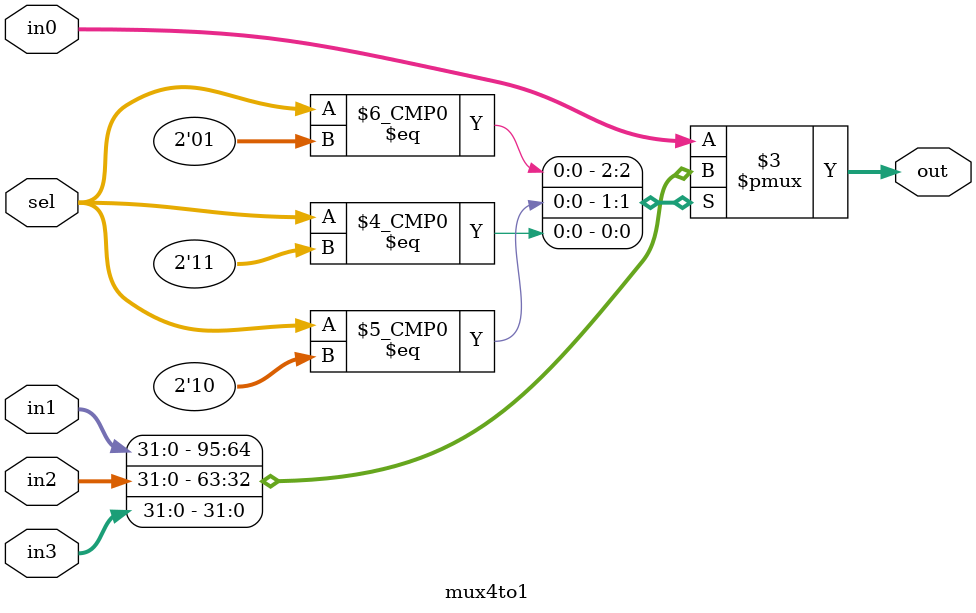
<source format=sv>

module mux4to1 (
    input  logic [31:0] in0,
    input  logic [31:0] in1,
    input  logic [31:0] in2,
    input  logic [31:0] in3,
    input  logic [1:0]  sel,
    output logic [31:0] out
);
 
    always_comb begin
    out = in0;
        case (sel)
            2'b01: out = in1;
            2'b10: out = in2;
            2'b11: out = in3;
        endcase
    end
 
endmodule

</source>
